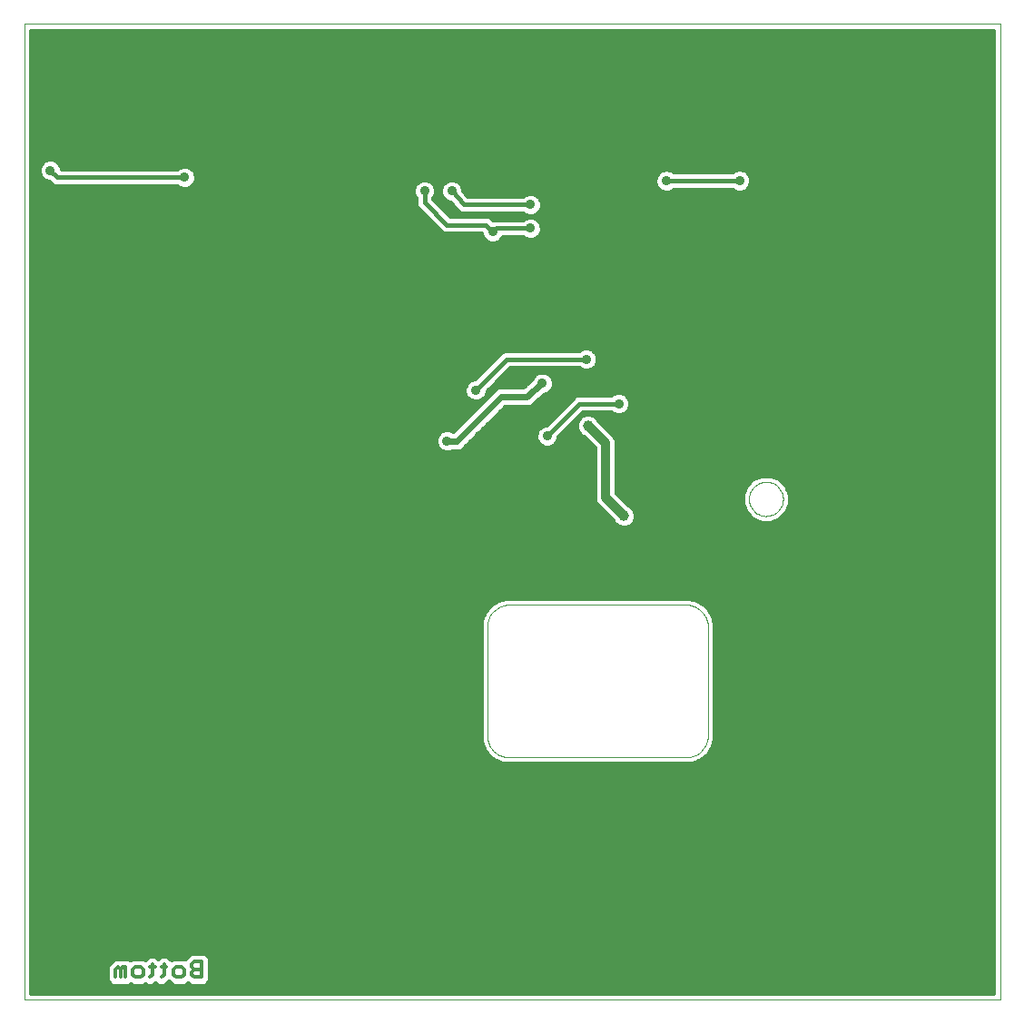
<source format=gbl>
G75*
G70*
%OFA0B0*%
%FSLAX24Y24*%
%IPPOS*%
%LPD*%
%AMOC8*
5,1,8,0,0,1.08239X$1,22.5*
%
%ADD10C,0.0130*%
%ADD11C,0.0000*%
%ADD12C,0.2441*%
%ADD13C,0.0160*%
%ADD14C,0.0354*%
%ADD15C,0.0394*%
%ADD16C,0.0320*%
%ADD17C,0.0240*%
D10*
X005263Y002754D02*
X005263Y003039D01*
X005358Y003134D01*
X005453Y003039D01*
X005453Y002754D01*
X005644Y002754D02*
X005644Y003134D01*
X005549Y003134D01*
X005453Y003039D01*
X005908Y003039D02*
X006003Y003134D01*
X006193Y003134D01*
X006288Y003039D01*
X006288Y002849D01*
X006193Y002754D01*
X006003Y002754D01*
X005908Y002849D01*
X005908Y003039D01*
X006528Y003134D02*
X006718Y003134D01*
X006623Y003229D02*
X006623Y002849D01*
X006528Y002754D01*
X006957Y002754D02*
X007052Y002849D01*
X007052Y003229D01*
X006957Y003134D02*
X007148Y003134D01*
X007412Y003039D02*
X007507Y003134D01*
X007697Y003134D01*
X007792Y003039D01*
X007792Y002849D01*
X007697Y002754D01*
X007507Y002754D01*
X007412Y002849D01*
X007412Y003039D01*
X008056Y002944D02*
X008056Y002849D01*
X008151Y002754D01*
X008437Y002754D01*
X008437Y003325D01*
X008151Y003325D01*
X008056Y003229D01*
X008056Y003134D01*
X008151Y003039D01*
X008437Y003039D01*
X008151Y003039D02*
X008056Y002944D01*
D11*
X001930Y001930D02*
X001930Y037757D01*
X037757Y037757D01*
X037757Y001930D01*
X001930Y001930D01*
X018927Y011627D02*
X018927Y015627D01*
X018929Y015682D01*
X018934Y015736D01*
X018944Y015790D01*
X018957Y015843D01*
X018973Y015895D01*
X018993Y015946D01*
X019017Y015995D01*
X019043Y016043D01*
X019073Y016088D01*
X019106Y016132D01*
X019142Y016173D01*
X019181Y016212D01*
X019222Y016248D01*
X019266Y016281D01*
X019311Y016311D01*
X019359Y016337D01*
X019408Y016361D01*
X019459Y016381D01*
X019511Y016397D01*
X019564Y016410D01*
X019618Y016420D01*
X019672Y016425D01*
X019727Y016427D01*
X026227Y016427D01*
X026282Y016425D01*
X026336Y016420D01*
X026390Y016410D01*
X026443Y016397D01*
X026495Y016381D01*
X026546Y016361D01*
X026595Y016337D01*
X026643Y016311D01*
X026688Y016281D01*
X026732Y016248D01*
X026773Y016212D01*
X026812Y016173D01*
X026848Y016132D01*
X026881Y016088D01*
X026911Y016043D01*
X026937Y015995D01*
X026961Y015946D01*
X026981Y015895D01*
X026997Y015843D01*
X027010Y015790D01*
X027020Y015736D01*
X027025Y015682D01*
X027027Y015627D01*
X027027Y011627D01*
X027025Y011572D01*
X027020Y011518D01*
X027010Y011464D01*
X026997Y011411D01*
X026981Y011359D01*
X026961Y011308D01*
X026937Y011259D01*
X026911Y011211D01*
X026881Y011166D01*
X026848Y011122D01*
X026812Y011081D01*
X026773Y011042D01*
X026732Y011006D01*
X026688Y010973D01*
X026643Y010943D01*
X026595Y010917D01*
X026546Y010893D01*
X026495Y010873D01*
X026443Y010857D01*
X026390Y010844D01*
X026336Y010834D01*
X026282Y010829D01*
X026227Y010827D01*
X019727Y010827D01*
X019672Y010829D01*
X019618Y010834D01*
X019564Y010844D01*
X019511Y010857D01*
X019459Y010873D01*
X019408Y010893D01*
X019359Y010917D01*
X019311Y010943D01*
X019266Y010973D01*
X019222Y011006D01*
X019181Y011042D01*
X019142Y011081D01*
X019106Y011122D01*
X019073Y011166D01*
X019043Y011211D01*
X019017Y011259D01*
X018993Y011308D01*
X018973Y011359D01*
X018957Y011411D01*
X018944Y011464D01*
X018934Y011518D01*
X018929Y011572D01*
X018927Y011627D01*
X028528Y020314D02*
X028531Y020371D01*
X028538Y020428D01*
X028551Y020484D01*
X028569Y020538D01*
X028592Y020591D01*
X028620Y020641D01*
X028652Y020689D01*
X028688Y020733D01*
X028728Y020774D01*
X028772Y020812D01*
X028818Y020845D01*
X028868Y020873D01*
X028920Y020897D01*
X028974Y020917D01*
X029030Y020931D01*
X029086Y020940D01*
X029144Y020944D01*
X029201Y020943D01*
X029258Y020936D01*
X029314Y020924D01*
X029369Y020908D01*
X029422Y020886D01*
X029473Y020860D01*
X029521Y020829D01*
X029567Y020794D01*
X029609Y020754D01*
X029647Y020712D01*
X029681Y020665D01*
X029711Y020616D01*
X029736Y020565D01*
X029756Y020511D01*
X029772Y020456D01*
X029782Y020400D01*
X029787Y020343D01*
X029787Y020285D01*
X029782Y020228D01*
X029772Y020172D01*
X029756Y020117D01*
X029736Y020063D01*
X029711Y020012D01*
X029681Y019963D01*
X029647Y019916D01*
X029609Y019874D01*
X029567Y019834D01*
X029521Y019799D01*
X029473Y019768D01*
X029422Y019742D01*
X029369Y019720D01*
X029314Y019704D01*
X029258Y019692D01*
X029201Y019685D01*
X029144Y019684D01*
X029086Y019688D01*
X029030Y019697D01*
X028974Y019711D01*
X028920Y019731D01*
X028868Y019755D01*
X028818Y019783D01*
X028772Y019816D01*
X028728Y019854D01*
X028688Y019895D01*
X028652Y019939D01*
X028620Y019987D01*
X028592Y020037D01*
X028569Y020090D01*
X028551Y020144D01*
X028538Y020200D01*
X028531Y020257D01*
X028528Y020314D01*
D12*
X035985Y035985D03*
X035985Y003701D03*
X003701Y003701D03*
X003701Y035985D03*
D13*
X002170Y036055D02*
X037517Y036055D01*
X037517Y036213D02*
X002170Y036213D01*
X002170Y036372D02*
X037517Y036372D01*
X037517Y036531D02*
X002170Y036531D01*
X002170Y036689D02*
X037517Y036689D01*
X037517Y036848D02*
X002170Y036848D01*
X002170Y037006D02*
X037517Y037006D01*
X037517Y037165D02*
X002170Y037165D01*
X002170Y037323D02*
X037517Y037323D01*
X037517Y037482D02*
X002170Y037482D01*
X002170Y037517D02*
X037517Y037517D01*
X037517Y002170D01*
X002170Y002170D01*
X002170Y037517D01*
X002170Y035896D02*
X037517Y035896D01*
X037517Y035738D02*
X002170Y035738D01*
X002170Y035579D02*
X037517Y035579D01*
X037517Y035421D02*
X002170Y035421D01*
X002170Y035262D02*
X037517Y035262D01*
X037517Y035104D02*
X002170Y035104D01*
X002170Y034945D02*
X037517Y034945D01*
X037517Y034787D02*
X002170Y034787D01*
X002170Y034628D02*
X037517Y034628D01*
X037517Y034469D02*
X002170Y034469D01*
X002170Y034311D02*
X037517Y034311D01*
X037517Y034152D02*
X002170Y034152D01*
X002170Y033994D02*
X037517Y033994D01*
X037517Y033835D02*
X002170Y033835D01*
X002170Y033677D02*
X037517Y033677D01*
X037517Y033518D02*
X002170Y033518D01*
X002170Y033360D02*
X037517Y033360D01*
X037517Y033201D02*
X002170Y033201D01*
X002170Y033043D02*
X037517Y033043D01*
X037517Y032884D02*
X002170Y032884D01*
X002170Y032725D02*
X002636Y032725D01*
X002640Y032730D02*
X002523Y032613D01*
X002459Y032460D01*
X002459Y032294D01*
X002523Y032140D01*
X002640Y032023D01*
X002794Y031959D01*
X002841Y031959D01*
X002994Y031807D01*
X007544Y031807D01*
X007578Y031773D01*
X007731Y031709D01*
X007897Y031709D01*
X008050Y031773D01*
X008168Y031890D01*
X008231Y032044D01*
X008231Y032210D01*
X008168Y032363D01*
X008050Y032480D01*
X007897Y032544D01*
X007731Y032544D01*
X007578Y032480D01*
X007544Y032447D01*
X003294Y032447D01*
X003294Y032460D01*
X003230Y032613D01*
X003113Y032730D01*
X002960Y032794D01*
X002794Y032794D01*
X002640Y032730D01*
X002504Y032567D02*
X002170Y032567D01*
X002170Y032408D02*
X002459Y032408D01*
X002478Y032250D02*
X002170Y032250D01*
X002170Y032091D02*
X002572Y032091D01*
X002868Y031933D02*
X002170Y031933D01*
X002170Y031774D02*
X007577Y031774D01*
X007814Y032127D02*
X003127Y032127D01*
X002877Y032377D01*
X003249Y032567D02*
X037517Y032567D01*
X037517Y032725D02*
X003118Y032725D01*
X002170Y031616D02*
X016209Y031616D01*
X016209Y031544D02*
X016273Y031390D01*
X016307Y031357D01*
X016307Y031057D01*
X016494Y030869D01*
X017307Y030057D01*
X017572Y030057D01*
X018709Y030057D01*
X018709Y030044D01*
X018773Y029890D01*
X018890Y029773D01*
X019044Y029709D01*
X019210Y029709D01*
X019363Y029773D01*
X019480Y029890D01*
X019497Y029932D01*
X020232Y029932D01*
X020265Y029898D01*
X020419Y029834D01*
X020585Y029834D01*
X020738Y029898D01*
X020855Y030015D01*
X020919Y030169D01*
X020919Y030335D01*
X020855Y030488D01*
X020738Y030605D01*
X020585Y030669D01*
X020419Y030669D01*
X020265Y030605D01*
X020232Y030572D01*
X019134Y030572D01*
X019009Y030697D01*
X018744Y030697D01*
X018744Y030697D01*
X017572Y030697D01*
X016947Y031322D01*
X016947Y031357D01*
X016980Y031390D01*
X017044Y031544D01*
X017044Y031710D01*
X016980Y031863D01*
X016863Y031980D01*
X016710Y032044D01*
X016544Y032044D01*
X016390Y031980D01*
X016273Y031863D01*
X016209Y031710D01*
X016209Y031544D01*
X016245Y031457D02*
X002170Y031457D01*
X002170Y031299D02*
X016307Y031299D01*
X016307Y031140D02*
X002170Y031140D01*
X002170Y030981D02*
X016382Y030981D01*
X016540Y030823D02*
X002170Y030823D01*
X002170Y030664D02*
X016699Y030664D01*
X016857Y030506D02*
X002170Y030506D01*
X002170Y030347D02*
X017016Y030347D01*
X017174Y030189D02*
X002170Y030189D01*
X002170Y030030D02*
X018715Y030030D01*
X018792Y029872D02*
X002170Y029872D01*
X002170Y029713D02*
X019035Y029713D01*
X019218Y029713D02*
X037517Y029713D01*
X037517Y029555D02*
X002170Y029555D01*
X002170Y029396D02*
X037517Y029396D01*
X037517Y029238D02*
X002170Y029238D01*
X002170Y029079D02*
X037517Y029079D01*
X037517Y028920D02*
X002170Y028920D01*
X002170Y028762D02*
X037517Y028762D01*
X037517Y028603D02*
X002170Y028603D01*
X002170Y028445D02*
X037517Y028445D01*
X037517Y028286D02*
X002170Y028286D01*
X002170Y028128D02*
X037517Y028128D01*
X037517Y027969D02*
X002170Y027969D01*
X002170Y027811D02*
X037517Y027811D01*
X037517Y027652D02*
X002170Y027652D01*
X002170Y027494D02*
X037517Y027494D01*
X037517Y027335D02*
X002170Y027335D01*
X002170Y027176D02*
X037517Y027176D01*
X037517Y027018D02*
X002170Y027018D01*
X002170Y026859D02*
X037517Y026859D01*
X037517Y026701D02*
X002170Y026701D01*
X002170Y026542D02*
X037517Y026542D01*
X037517Y026384D02*
X002170Y026384D01*
X002170Y026225D02*
X037517Y026225D01*
X037517Y026067D02*
X002170Y026067D01*
X002170Y025908D02*
X037517Y025908D01*
X037517Y025750D02*
X022844Y025750D01*
X022800Y025793D02*
X022918Y025675D01*
X022981Y025522D01*
X022981Y025356D01*
X022918Y025203D01*
X022800Y025085D01*
X022647Y025022D01*
X022481Y025022D01*
X022328Y025085D01*
X022294Y025119D01*
X019759Y025119D01*
X018919Y024279D01*
X018919Y024231D01*
X018855Y024078D01*
X018738Y023960D01*
X018585Y023897D01*
X018419Y023897D01*
X018265Y023960D01*
X018148Y024078D01*
X018084Y024231D01*
X018084Y024397D01*
X018148Y024550D01*
X018265Y024668D01*
X018419Y024731D01*
X018466Y024731D01*
X019307Y025572D01*
X019307Y025572D01*
X019494Y025759D01*
X022294Y025759D01*
X022328Y025793D01*
X022481Y025856D01*
X022647Y025856D01*
X022800Y025793D01*
X022953Y025591D02*
X037517Y025591D01*
X037517Y025432D02*
X022981Y025432D01*
X022947Y025274D02*
X037517Y025274D01*
X037517Y025115D02*
X022830Y025115D01*
X022564Y025439D02*
X019627Y025439D01*
X018502Y024314D01*
X018891Y024164D02*
X019030Y024164D01*
X019079Y024213D02*
X017665Y022799D01*
X017660Y022799D01*
X017522Y022856D01*
X017356Y022856D01*
X017203Y022793D01*
X017085Y022675D01*
X017022Y022522D01*
X017022Y022356D01*
X017085Y022203D01*
X017203Y022085D01*
X017356Y022022D01*
X017522Y022022D01*
X017660Y022079D01*
X017665Y022079D01*
X017963Y022079D01*
X019588Y023704D01*
X020227Y023704D01*
X020513Y023704D01*
X020526Y023704D01*
X020624Y023802D01*
X021012Y024147D01*
X021022Y024147D01*
X021175Y024210D01*
X021293Y024328D01*
X021356Y024481D01*
X021356Y024647D01*
X021293Y024800D01*
X021175Y024918D01*
X021022Y024981D01*
X020856Y024981D01*
X020703Y024918D01*
X020585Y024800D01*
X020540Y024691D01*
X020240Y024424D01*
X019290Y024424D01*
X019079Y024213D01*
X019189Y024323D02*
X018963Y024323D01*
X019121Y024481D02*
X020304Y024481D01*
X020482Y024640D02*
X019280Y024640D01*
X019438Y024798D02*
X020585Y024798D01*
X020797Y024957D02*
X019597Y024957D01*
X019755Y025115D02*
X022298Y025115D01*
X022314Y024134D02*
X022182Y024134D01*
X021994Y023947D01*
X021091Y023044D01*
X021044Y023044D01*
X020890Y022980D01*
X020773Y022863D01*
X020709Y022710D01*
X020709Y022544D01*
X020773Y022390D01*
X020890Y022273D01*
X021044Y022209D01*
X021210Y022209D01*
X021363Y022273D01*
X021480Y022390D01*
X021544Y022544D01*
X021544Y022591D01*
X022447Y023494D01*
X023482Y023494D01*
X023515Y023460D01*
X023669Y023397D01*
X023835Y023397D01*
X023988Y023460D01*
X024105Y023578D01*
X024169Y023731D01*
X024169Y023897D01*
X024105Y024050D01*
X023988Y024168D01*
X023835Y024231D01*
X023669Y024231D01*
X023515Y024168D01*
X023482Y024134D01*
X022447Y024134D01*
X022344Y024134D01*
X022314Y024134D01*
X022053Y024006D02*
X020853Y024006D01*
X020674Y023847D02*
X021895Y023847D01*
X021736Y023689D02*
X019573Y023689D01*
X019414Y023530D02*
X021577Y023530D01*
X021419Y023371D02*
X019256Y023371D01*
X019097Y023213D02*
X021260Y023213D01*
X021102Y023054D02*
X018938Y023054D01*
X018780Y022896D02*
X020806Y022896D01*
X020721Y022737D02*
X018621Y022737D01*
X018463Y022579D02*
X020709Y022579D01*
X020761Y022420D02*
X018304Y022420D01*
X018146Y022262D02*
X020918Y022262D01*
X021336Y022262D02*
X022801Y022262D01*
X022852Y022211D02*
X022852Y020211D01*
X023086Y019977D01*
X023532Y019531D01*
X023569Y019442D01*
X023692Y019319D01*
X023852Y019252D01*
X024026Y019252D01*
X024187Y019319D01*
X024309Y019442D01*
X024376Y019602D01*
X024376Y019776D01*
X024309Y019937D01*
X024187Y020059D01*
X024098Y020096D01*
X023652Y020542D01*
X023652Y022542D01*
X023619Y022574D01*
X023034Y023160D01*
X022997Y023249D01*
X022874Y023372D01*
X022714Y023438D01*
X022540Y023438D01*
X022379Y023372D01*
X022256Y023249D01*
X022190Y023089D01*
X022190Y022915D01*
X022256Y022754D01*
X022379Y022631D01*
X022468Y022594D01*
X022852Y022211D01*
X022852Y022103D02*
X017987Y022103D01*
X017185Y022103D02*
X002170Y022103D01*
X002170Y021945D02*
X022852Y021945D01*
X022852Y021786D02*
X002170Y021786D01*
X002170Y021627D02*
X022852Y021627D01*
X022852Y021469D02*
X002170Y021469D01*
X002170Y021310D02*
X022852Y021310D01*
X022852Y021152D02*
X002170Y021152D01*
X002170Y020993D02*
X022852Y020993D01*
X022852Y020835D02*
X002170Y020835D01*
X002170Y020676D02*
X022852Y020676D01*
X022852Y020518D02*
X002170Y020518D01*
X002170Y020359D02*
X022852Y020359D01*
X022862Y020201D02*
X002170Y020201D01*
X002170Y020042D02*
X023021Y020042D01*
X023179Y019883D02*
X002170Y019883D01*
X002170Y019725D02*
X023338Y019725D01*
X023496Y019566D02*
X002170Y019566D01*
X002170Y019408D02*
X023603Y019408D01*
X024276Y019408D02*
X037517Y019408D01*
X037517Y019566D02*
X029626Y019566D01*
X029650Y019577D02*
X029895Y019821D01*
X030028Y020141D01*
X030028Y020487D01*
X029895Y020807D01*
X029650Y021052D01*
X029331Y021184D01*
X028985Y021184D01*
X028665Y021052D01*
X028420Y020807D01*
X028288Y020487D01*
X028288Y020141D01*
X028420Y019821D01*
X028665Y019577D01*
X028985Y019444D01*
X029331Y019444D01*
X029650Y019577D01*
X029799Y019725D02*
X037517Y019725D01*
X037517Y019883D02*
X029921Y019883D01*
X029986Y020042D02*
X037517Y020042D01*
X037517Y020201D02*
X030028Y020201D01*
X030028Y020359D02*
X037517Y020359D01*
X037517Y020518D02*
X030015Y020518D01*
X029949Y020676D02*
X037517Y020676D01*
X037517Y020835D02*
X029867Y020835D01*
X029709Y020993D02*
X037517Y020993D01*
X037517Y021152D02*
X029408Y021152D01*
X028907Y021152D02*
X023652Y021152D01*
X023652Y021310D02*
X037517Y021310D01*
X037517Y021469D02*
X023652Y021469D01*
X023652Y021627D02*
X037517Y021627D01*
X037517Y021786D02*
X023652Y021786D01*
X023652Y021945D02*
X037517Y021945D01*
X037517Y022103D02*
X023652Y022103D01*
X023652Y022262D02*
X037517Y022262D01*
X037517Y022420D02*
X023652Y022420D01*
X023615Y022579D02*
X037517Y022579D01*
X037517Y022737D02*
X023457Y022737D01*
X023298Y022896D02*
X037517Y022896D01*
X037517Y023054D02*
X023140Y023054D01*
X023012Y023213D02*
X037517Y023213D01*
X037517Y023371D02*
X022875Y023371D01*
X022379Y023371D02*
X022324Y023371D01*
X022241Y023213D02*
X022165Y023213D01*
X022190Y023054D02*
X022007Y023054D01*
X021848Y022896D02*
X022198Y022896D01*
X022273Y022737D02*
X021690Y022737D01*
X021544Y022579D02*
X022484Y022579D01*
X022642Y022420D02*
X021493Y022420D01*
X021127Y022627D02*
X022314Y023814D01*
X023752Y023814D01*
X024057Y023530D02*
X037517Y023530D01*
X037517Y023689D02*
X024151Y023689D01*
X024169Y023847D02*
X037517Y023847D01*
X037517Y024006D02*
X024124Y024006D01*
X023992Y024164D02*
X037517Y024164D01*
X037517Y024323D02*
X021288Y024323D01*
X021356Y024481D02*
X037517Y024481D01*
X037517Y024640D02*
X021356Y024640D01*
X021294Y024798D02*
X037517Y024798D01*
X037517Y024957D02*
X021081Y024957D01*
X021064Y024164D02*
X023512Y024164D01*
X023652Y020993D02*
X028607Y020993D01*
X028448Y020835D02*
X023652Y020835D01*
X023652Y020676D02*
X028366Y020676D01*
X028300Y020518D02*
X023676Y020518D01*
X023835Y020359D02*
X028288Y020359D01*
X028288Y020201D02*
X023993Y020201D01*
X024204Y020042D02*
X028329Y020042D01*
X028394Y019883D02*
X024331Y019883D01*
X024376Y019725D02*
X028517Y019725D01*
X028690Y019566D02*
X024361Y019566D01*
X026127Y016667D02*
X019627Y016667D01*
X019624Y016663D01*
X019483Y016641D01*
X019327Y016590D01*
X019182Y016516D01*
X019182Y016516D01*
X019049Y016420D01*
X019049Y016420D01*
X018933Y016304D01*
X018837Y016172D01*
X018763Y016026D01*
X018712Y015870D01*
X018690Y015729D01*
X018687Y015726D01*
X018687Y015539D01*
X018687Y015527D01*
X018687Y011527D01*
X018690Y011524D01*
X018712Y011383D01*
X018763Y011227D01*
X018837Y011082D01*
X018837Y011082D01*
X018933Y010949D01*
X019049Y010833D01*
X019182Y010737D01*
X019327Y010663D01*
X019327Y010663D01*
X019483Y010612D01*
X019624Y010590D01*
X019627Y010587D01*
X019807Y010587D01*
X019826Y010587D01*
X026326Y010587D01*
X026329Y010590D01*
X026470Y010612D01*
X026626Y010663D01*
X026772Y010737D01*
X026904Y010833D01*
X027020Y010949D01*
X027020Y010949D01*
X027116Y011082D01*
X027190Y011227D01*
X027190Y011227D01*
X027241Y011383D01*
X027241Y011383D01*
X027263Y011524D01*
X027267Y011527D01*
X027267Y015726D01*
X027263Y015729D01*
X027241Y015870D01*
X027241Y015870D01*
X027190Y016026D01*
X027116Y016172D01*
X027020Y016304D01*
X026904Y016420D01*
X026772Y016516D01*
X026772Y016516D01*
X026626Y016590D01*
X026626Y016590D01*
X026470Y016641D01*
X026329Y016663D01*
X026326Y016667D01*
X026157Y016667D01*
X026127Y016667D01*
X026470Y016641D02*
X026470Y016641D01*
X026697Y016554D02*
X037517Y016554D01*
X037517Y016396D02*
X026928Y016396D01*
X026904Y016420D02*
X026904Y016420D01*
X027020Y016304D02*
X027020Y016304D01*
X027069Y016237D02*
X037517Y016237D01*
X037517Y016078D02*
X027164Y016078D01*
X027190Y016026D02*
X027190Y016026D01*
X027225Y015920D02*
X037517Y015920D01*
X037517Y015761D02*
X027258Y015761D01*
X027267Y015603D02*
X037517Y015603D01*
X037517Y015444D02*
X027267Y015444D01*
X027267Y015286D02*
X037517Y015286D01*
X037517Y015127D02*
X027267Y015127D01*
X027267Y014969D02*
X037517Y014969D01*
X037517Y014810D02*
X027267Y014810D01*
X027267Y014652D02*
X037517Y014652D01*
X037517Y014493D02*
X027267Y014493D01*
X027267Y014334D02*
X037517Y014334D01*
X037517Y014176D02*
X027267Y014176D01*
X027267Y014017D02*
X037517Y014017D01*
X037517Y013859D02*
X027267Y013859D01*
X027267Y013700D02*
X037517Y013700D01*
X037517Y013542D02*
X027267Y013542D01*
X027267Y013383D02*
X037517Y013383D01*
X037517Y013225D02*
X027267Y013225D01*
X027267Y013066D02*
X037517Y013066D01*
X037517Y012908D02*
X027267Y012908D01*
X027267Y012749D02*
X037517Y012749D01*
X037517Y012590D02*
X027267Y012590D01*
X027267Y012432D02*
X037517Y012432D01*
X037517Y012273D02*
X027267Y012273D01*
X027267Y012115D02*
X037517Y012115D01*
X037517Y011956D02*
X027267Y011956D01*
X027267Y011798D02*
X037517Y011798D01*
X037517Y011639D02*
X027267Y011639D01*
X027256Y011481D02*
X037517Y011481D01*
X037517Y011322D02*
X027221Y011322D01*
X027158Y011164D02*
X037517Y011164D01*
X037517Y011005D02*
X027060Y011005D01*
X027116Y011082D02*
X027116Y011082D01*
X026917Y010846D02*
X037517Y010846D01*
X037517Y010688D02*
X026675Y010688D01*
X026626Y010663D02*
X026626Y010663D01*
X026772Y010737D02*
X026772Y010737D01*
X026904Y010833D02*
X026904Y010833D01*
X026470Y010612D02*
X026470Y010612D01*
X027116Y016172D02*
X027116Y016172D01*
X019483Y016641D02*
X019483Y016641D01*
X019327Y016590D02*
X019327Y016590D01*
X019256Y016554D02*
X002170Y016554D01*
X002170Y016396D02*
X019025Y016396D01*
X018885Y016237D02*
X002170Y016237D01*
X002170Y016078D02*
X018790Y016078D01*
X018728Y015920D02*
X002170Y015920D01*
X002170Y015761D02*
X018695Y015761D01*
X018687Y015603D02*
X002170Y015603D01*
X002170Y015444D02*
X018687Y015444D01*
X018687Y015286D02*
X002170Y015286D01*
X002170Y015127D02*
X018687Y015127D01*
X018687Y014969D02*
X002170Y014969D01*
X002170Y014810D02*
X018687Y014810D01*
X018687Y014652D02*
X002170Y014652D01*
X002170Y014493D02*
X018687Y014493D01*
X018687Y014334D02*
X002170Y014334D01*
X002170Y014176D02*
X018687Y014176D01*
X018687Y014017D02*
X002170Y014017D01*
X002170Y013859D02*
X018687Y013859D01*
X018687Y013700D02*
X002170Y013700D01*
X002170Y013542D02*
X018687Y013542D01*
X018687Y013383D02*
X002170Y013383D01*
X002170Y013225D02*
X018687Y013225D01*
X018687Y013066D02*
X002170Y013066D01*
X002170Y012908D02*
X018687Y012908D01*
X018687Y012749D02*
X002170Y012749D01*
X002170Y012590D02*
X018687Y012590D01*
X018687Y012432D02*
X002170Y012432D01*
X002170Y012273D02*
X018687Y012273D01*
X018687Y012115D02*
X002170Y012115D01*
X002170Y011956D02*
X018687Y011956D01*
X018687Y011798D02*
X002170Y011798D01*
X002170Y011639D02*
X018687Y011639D01*
X018697Y011481D02*
X002170Y011481D01*
X002170Y011322D02*
X018732Y011322D01*
X018712Y011383D02*
X018712Y011383D01*
X018763Y011227D02*
X018763Y011227D01*
X018795Y011164D02*
X002170Y011164D01*
X002170Y011005D02*
X018893Y011005D01*
X018933Y010949D02*
X018933Y010949D01*
X019036Y010846D02*
X002170Y010846D01*
X002170Y010688D02*
X019278Y010688D01*
X019182Y010737D02*
X019182Y010737D01*
X019049Y010833D02*
X019049Y010833D01*
X019483Y010612D02*
X019483Y010612D01*
X008742Y003451D02*
X008563Y003630D01*
X008278Y003630D01*
X008025Y003630D01*
X007930Y003534D01*
X007829Y003434D01*
X007823Y003439D01*
X007571Y003439D01*
X007380Y003439D01*
X007327Y003386D01*
X007274Y003439D01*
X007179Y003534D01*
X006926Y003534D01*
X006838Y003446D01*
X006749Y003534D01*
X006496Y003534D01*
X006401Y003439D01*
X006360Y003398D01*
X006319Y003439D01*
X006067Y003439D01*
X005877Y003439D01*
X005823Y003386D01*
X005770Y003439D01*
X005675Y003439D01*
X005485Y003439D01*
X005232Y003439D01*
X005053Y003261D01*
X004958Y003166D01*
X004958Y002628D01*
X005137Y002449D01*
X005327Y002449D01*
X005580Y002449D01*
X005770Y002449D01*
X005823Y002502D01*
X005877Y002449D01*
X006067Y002449D01*
X006319Y002449D01*
X006360Y002490D01*
X006401Y002449D01*
X006654Y002449D01*
X006743Y002538D01*
X006831Y002449D01*
X007084Y002449D01*
X007232Y002598D01*
X007285Y002544D01*
X007380Y002449D01*
X007571Y002449D01*
X007823Y002449D01*
X007924Y002550D01*
X008025Y002449D01*
X008563Y002449D01*
X008742Y002628D01*
X008742Y002880D01*
X008742Y002913D01*
X008742Y003166D01*
X008742Y003198D01*
X008742Y003451D01*
X008742Y003395D02*
X037517Y003395D01*
X037517Y003554D02*
X008639Y003554D01*
X008742Y003236D02*
X037517Y003236D01*
X037517Y003078D02*
X008742Y003078D01*
X008742Y002919D02*
X037517Y002919D01*
X037517Y002761D02*
X008742Y002761D01*
X008716Y002602D02*
X037517Y002602D01*
X037517Y002444D02*
X002170Y002444D01*
X002170Y002602D02*
X004984Y002602D01*
X004958Y002761D02*
X002170Y002761D01*
X002170Y002919D02*
X004958Y002919D01*
X004958Y003078D02*
X002170Y003078D01*
X002170Y003236D02*
X005029Y003236D01*
X005053Y003261D02*
X005053Y003261D01*
X005188Y003395D02*
X002170Y003395D01*
X002170Y003554D02*
X007949Y003554D01*
X007930Y003534D02*
X007930Y003534D01*
X007336Y003395D02*
X007318Y003395D01*
X005832Y003395D02*
X005814Y003395D01*
X002170Y003712D02*
X037517Y003712D01*
X037517Y003871D02*
X002170Y003871D01*
X002170Y004029D02*
X037517Y004029D01*
X037517Y004188D02*
X002170Y004188D01*
X002170Y004346D02*
X037517Y004346D01*
X037517Y004505D02*
X002170Y004505D01*
X002170Y004663D02*
X037517Y004663D01*
X037517Y004822D02*
X002170Y004822D01*
X002170Y004980D02*
X037517Y004980D01*
X037517Y005139D02*
X002170Y005139D01*
X002170Y005297D02*
X037517Y005297D01*
X037517Y005456D02*
X002170Y005456D01*
X002170Y005615D02*
X037517Y005615D01*
X037517Y005773D02*
X002170Y005773D01*
X002170Y005932D02*
X037517Y005932D01*
X037517Y006090D02*
X002170Y006090D01*
X002170Y006249D02*
X037517Y006249D01*
X037517Y006407D02*
X002170Y006407D01*
X002170Y006566D02*
X037517Y006566D01*
X037517Y006724D02*
X002170Y006724D01*
X002170Y006883D02*
X037517Y006883D01*
X037517Y007041D02*
X002170Y007041D01*
X002170Y007200D02*
X037517Y007200D01*
X037517Y007359D02*
X002170Y007359D01*
X002170Y007517D02*
X037517Y007517D01*
X037517Y007676D02*
X002170Y007676D01*
X002170Y007834D02*
X037517Y007834D01*
X037517Y007993D02*
X002170Y007993D01*
X002170Y008151D02*
X037517Y008151D01*
X037517Y008310D02*
X002170Y008310D01*
X002170Y008468D02*
X037517Y008468D01*
X037517Y008627D02*
X002170Y008627D01*
X002170Y008785D02*
X037517Y008785D01*
X037517Y008944D02*
X002170Y008944D01*
X002170Y009103D02*
X037517Y009103D01*
X037517Y009261D02*
X002170Y009261D01*
X002170Y009420D02*
X037517Y009420D01*
X037517Y009578D02*
X002170Y009578D01*
X002170Y009737D02*
X037517Y009737D01*
X037517Y009895D02*
X002170Y009895D01*
X002170Y010054D02*
X037517Y010054D01*
X037517Y010212D02*
X002170Y010212D01*
X002170Y010371D02*
X037517Y010371D01*
X037517Y010529D02*
X002170Y010529D01*
X002170Y016713D02*
X037517Y016713D01*
X037517Y016871D02*
X002170Y016871D01*
X002170Y017030D02*
X037517Y017030D01*
X037517Y017188D02*
X002170Y017188D01*
X002170Y017347D02*
X037517Y017347D01*
X037517Y017505D02*
X002170Y017505D01*
X002170Y017664D02*
X037517Y017664D01*
X037517Y017822D02*
X002170Y017822D01*
X002170Y017981D02*
X037517Y017981D01*
X037517Y018139D02*
X002170Y018139D01*
X002170Y018298D02*
X037517Y018298D01*
X037517Y018457D02*
X002170Y018457D01*
X002170Y018615D02*
X037517Y018615D01*
X037517Y018774D02*
X002170Y018774D01*
X002170Y018932D02*
X037517Y018932D01*
X037517Y019091D02*
X002170Y019091D01*
X002170Y019249D02*
X037517Y019249D01*
X037517Y029872D02*
X020675Y029872D01*
X020861Y030030D02*
X037517Y030030D01*
X037517Y030189D02*
X020919Y030189D01*
X020914Y030347D02*
X037517Y030347D01*
X037517Y030506D02*
X020837Y030506D01*
X020738Y030773D02*
X020585Y030709D01*
X020419Y030709D01*
X020265Y030773D01*
X020232Y030807D01*
X018197Y030807D01*
X017932Y030807D01*
X017830Y030908D01*
X017830Y030908D01*
X017744Y030994D01*
X017744Y031006D01*
X017566Y031209D01*
X017544Y031209D01*
X017390Y031273D01*
X017273Y031390D01*
X017209Y031544D01*
X017209Y031710D01*
X017273Y031863D01*
X017390Y031980D01*
X017544Y032044D01*
X017710Y032044D01*
X017863Y031980D01*
X017980Y031863D01*
X018044Y031710D01*
X018044Y031636D01*
X018209Y031447D01*
X020232Y031447D01*
X020265Y031480D01*
X020419Y031544D01*
X020585Y031544D01*
X020738Y031480D01*
X020855Y031363D01*
X020919Y031210D01*
X020919Y031044D01*
X020855Y030890D01*
X020738Y030773D01*
X020788Y030823D02*
X037517Y030823D01*
X037517Y030981D02*
X020893Y030981D01*
X020919Y031140D02*
X037517Y031140D01*
X037517Y031299D02*
X020882Y031299D01*
X020761Y031457D02*
X037517Y031457D01*
X037517Y031616D02*
X028347Y031616D01*
X028272Y031584D02*
X028425Y031648D01*
X028543Y031765D01*
X028606Y031919D01*
X028606Y032085D01*
X028543Y032238D01*
X028425Y032355D01*
X028272Y032419D01*
X028106Y032419D01*
X027953Y032355D01*
X027919Y032322D01*
X025772Y032322D01*
X025738Y032355D01*
X025585Y032419D01*
X025419Y032419D01*
X025265Y032355D01*
X025148Y032238D01*
X025084Y032085D01*
X025084Y031919D01*
X025148Y031765D01*
X025265Y031648D01*
X025419Y031584D01*
X025585Y031584D01*
X025738Y031648D01*
X025772Y031682D01*
X027919Y031682D01*
X027953Y031648D01*
X028106Y031584D01*
X028272Y031584D01*
X028031Y031616D02*
X025660Y031616D01*
X025343Y031616D02*
X018061Y031616D01*
X018017Y031774D02*
X025144Y031774D01*
X025084Y031933D02*
X017910Y031933D01*
X017627Y031627D02*
X018064Y031127D01*
X020502Y031127D01*
X020242Y031457D02*
X018200Y031457D01*
X017757Y030981D02*
X017287Y030981D01*
X017445Y030823D02*
X017915Y030823D01*
X017627Y031140D02*
X017128Y031140D01*
X016970Y031299D02*
X017365Y031299D01*
X017245Y031457D02*
X017008Y031457D01*
X017044Y031616D02*
X017209Y031616D01*
X017236Y031774D02*
X017017Y031774D01*
X016910Y031933D02*
X017343Y031933D01*
X016627Y031627D02*
X016627Y031189D01*
X017439Y030377D01*
X018877Y030377D01*
X019127Y030127D01*
X019252Y030252D01*
X020502Y030252D01*
X020329Y029872D02*
X019462Y029872D01*
X019041Y030664D02*
X020408Y030664D01*
X020595Y030664D02*
X037517Y030664D01*
X037517Y031774D02*
X028546Y031774D01*
X028606Y031933D02*
X037517Y031933D01*
X037517Y032091D02*
X028603Y032091D01*
X028531Y032250D02*
X037517Y032250D01*
X037517Y032408D02*
X028297Y032408D01*
X028081Y032408D02*
X025610Y032408D01*
X025394Y032408D02*
X008122Y032408D01*
X008215Y032250D02*
X025160Y032250D01*
X025087Y032091D02*
X008231Y032091D01*
X008185Y031933D02*
X016343Y031933D01*
X016236Y031774D02*
X008052Y031774D01*
X002170Y025750D02*
X019485Y025750D01*
X019326Y025591D02*
X002170Y025591D01*
X002170Y025432D02*
X019167Y025432D01*
X019009Y025274D02*
X002170Y025274D01*
X002170Y025115D02*
X018850Y025115D01*
X018692Y024957D02*
X002170Y024957D01*
X002170Y024798D02*
X018533Y024798D01*
X018237Y024640D02*
X002170Y024640D01*
X002170Y024481D02*
X018119Y024481D01*
X018084Y024323D02*
X002170Y024323D01*
X002170Y024164D02*
X018112Y024164D01*
X018220Y024006D02*
X002170Y024006D01*
X002170Y023847D02*
X018713Y023847D01*
X018783Y024006D02*
X018871Y024006D01*
X018554Y023689D02*
X002170Y023689D01*
X002170Y023530D02*
X018396Y023530D01*
X018237Y023371D02*
X002170Y023371D01*
X002170Y023213D02*
X018079Y023213D01*
X017920Y023054D02*
X002170Y023054D01*
X002170Y022896D02*
X017762Y022896D01*
X017147Y022737D02*
X002170Y022737D01*
X002170Y022579D02*
X017045Y022579D01*
X017022Y022420D02*
X002170Y022420D01*
X002170Y022262D02*
X017061Y022262D01*
X017572Y030057D02*
X017572Y030057D01*
X019009Y030697D02*
X019009Y030697D01*
X019009Y030697D01*
X025502Y032002D02*
X028189Y032002D01*
X037517Y002285D02*
X002170Y002285D01*
D14*
X005037Y005393D03*
X003902Y006152D03*
X003143Y007287D03*
X002877Y008627D03*
X002877Y010127D03*
X002877Y011627D03*
X002877Y013127D03*
X002877Y014627D03*
X002877Y016127D03*
X002877Y017627D03*
X002877Y019127D03*
X002877Y020627D03*
X002877Y022127D03*
X002877Y023627D03*
X002877Y025127D03*
X002877Y026627D03*
X002877Y028127D03*
X002877Y029627D03*
X003643Y031216D03*
X002877Y032377D03*
X003643Y032716D03*
X005777Y033351D03*
X006527Y034226D03*
X007412Y032673D03*
X007814Y032127D03*
X008537Y031360D03*
X007402Y030601D03*
X006643Y029466D03*
X006377Y028127D03*
X006377Y026627D03*
X006377Y025127D03*
X006377Y023627D03*
X006377Y022127D03*
X006377Y020627D03*
X006377Y019127D03*
X006377Y017627D03*
X006377Y016127D03*
X006377Y014627D03*
X006377Y013127D03*
X006377Y011627D03*
X006377Y010127D03*
X006377Y008627D03*
X008851Y006152D03*
X007716Y005393D03*
X006377Y005127D03*
X009610Y007287D03*
X009877Y008627D03*
X009877Y010127D03*
X009877Y011627D03*
X009877Y013127D03*
X009877Y014627D03*
X009877Y016127D03*
X009877Y017627D03*
X009877Y019127D03*
X009877Y020627D03*
X009877Y022127D03*
X009877Y023627D03*
X009877Y025127D03*
X009877Y026627D03*
X009877Y028127D03*
X012351Y030601D03*
X013110Y029466D03*
X014627Y029627D03*
X015814Y030502D03*
X016627Y031627D03*
X017627Y031627D03*
X017502Y031002D03*
X018127Y029939D03*
X019127Y030127D03*
X019127Y030689D03*
X019127Y031627D03*
X020127Y030689D03*
X020502Y030252D03*
X020314Y029752D03*
X021564Y029689D03*
X021502Y030689D03*
X021627Y031627D03*
X020627Y031627D03*
X020502Y031127D03*
X023064Y030689D03*
X023127Y031439D03*
X024314Y032064D03*
X025502Y032002D03*
X026002Y031502D03*
X025877Y030189D03*
X026127Y028752D03*
X025627Y028752D03*
X024564Y028377D03*
X023439Y028314D03*
X022314Y028002D03*
X023564Y026377D03*
X022564Y025439D03*
X021564Y026064D03*
X020939Y024564D03*
X020252Y024564D03*
X021064Y023564D03*
X021127Y022627D03*
X021314Y022127D03*
X021314Y021127D03*
X020752Y020314D03*
X019377Y020814D03*
X019002Y019877D03*
X018252Y019814D03*
X018064Y021252D03*
X016752Y021002D03*
X017439Y022439D03*
X018627Y022627D03*
X018502Y024314D03*
X018189Y024814D03*
X017252Y024877D03*
X017252Y026127D03*
X017252Y027252D03*
X017252Y027877D03*
X017752Y028564D03*
X018564Y027252D03*
X019189Y026064D03*
X020189Y023345D03*
X022252Y021252D03*
X023877Y020939D03*
X024127Y021877D03*
X025377Y021064D03*
X025939Y021939D03*
X026002Y023314D03*
X023752Y023814D03*
X023189Y024314D03*
X023189Y023314D03*
X026814Y020564D03*
X027002Y020252D03*
X027189Y020564D03*
X027377Y020252D03*
X027564Y020564D03*
X027752Y020252D03*
X027189Y018564D03*
X025627Y019377D03*
X023127Y019127D03*
X022564Y017377D03*
X021752Y016814D03*
X020189Y016814D03*
X018814Y016502D03*
X018502Y015314D03*
X018502Y013502D03*
X017752Y012314D03*
X017752Y011314D03*
X017752Y010314D03*
X017939Y009314D03*
X018814Y010689D03*
X016502Y009127D03*
X015439Y008502D03*
X015127Y009877D03*
X014252Y011377D03*
X013377Y011627D03*
X014252Y012377D03*
X013377Y013127D03*
X013377Y014627D03*
X013377Y016127D03*
X013377Y017627D03*
X013377Y019127D03*
X013377Y020627D03*
X013377Y022127D03*
X013377Y023627D03*
X013377Y025127D03*
X013377Y026627D03*
X013377Y028127D03*
X014627Y027752D03*
X015814Y028127D03*
X015814Y026127D03*
X015127Y025439D03*
X015189Y023502D03*
X015877Y022564D03*
X015064Y021564D03*
X015064Y019502D03*
X016127Y019189D03*
X015189Y017439D03*
X015502Y015502D03*
X016377Y014627D03*
X015252Y014252D03*
X016502Y013002D03*
X016314Y012064D03*
X013002Y008627D03*
X011252Y005752D03*
X017877Y006627D03*
X019127Y006627D03*
X017877Y007877D03*
X016877Y016377D03*
X018502Y018127D03*
X020189Y018252D03*
X023502Y016814D03*
X025564Y016814D03*
X028939Y017314D03*
X032564Y014564D03*
X034877Y014564D03*
X037189Y014564D03*
X036439Y016752D03*
X037127Y019127D03*
X036752Y020189D03*
X034502Y020064D03*
X034502Y019064D03*
X033377Y016752D03*
X032627Y021814D03*
X034502Y021814D03*
X034502Y024064D03*
X034502Y026189D03*
X032377Y026189D03*
X029689Y023314D03*
X027877Y028627D03*
X027877Y031502D03*
X028189Y032002D03*
X027877Y032502D03*
X027877Y033252D03*
X026314Y033314D03*
X025502Y032877D03*
X024314Y033314D03*
X019627Y033877D03*
X018127Y034127D03*
X018127Y036064D03*
X018627Y037314D03*
X016002Y037314D03*
X015877Y035752D03*
X013627Y035502D03*
X013689Y037314D03*
X011216Y037235D03*
X011216Y036735D03*
X011216Y036235D03*
X011216Y035735D03*
X010152Y034851D03*
X011152Y034476D03*
X009627Y032564D03*
X009877Y031627D03*
X011216Y031360D03*
X012502Y032502D03*
X014627Y033252D03*
X014627Y031377D03*
X009002Y033877D03*
X008518Y035716D03*
X008518Y036216D03*
X008518Y036716D03*
X008518Y037216D03*
X005777Y031601D03*
X030877Y031502D03*
X030877Y032502D03*
X036564Y030689D03*
X036689Y024689D03*
X036689Y023439D03*
D15*
X032252Y023627D03*
X031752Y023627D03*
X031252Y023627D03*
X031252Y024502D03*
X031752Y024502D03*
X032252Y024502D03*
X030377Y027689D03*
X029877Y027689D03*
X029377Y027689D03*
X028877Y027689D03*
X026877Y027002D03*
X026502Y026627D03*
X026127Y027002D03*
X025752Y026627D03*
X025377Y027002D03*
X025377Y026252D03*
X025752Y025877D03*
X026127Y026252D03*
X026502Y025877D03*
X026877Y026252D03*
X026877Y025502D03*
X026127Y025502D03*
X025377Y025502D03*
X022627Y023002D03*
X023939Y019689D03*
X024564Y018002D03*
X029252Y015627D03*
X029752Y015627D03*
X030002Y015127D03*
X030502Y015127D03*
X030752Y015627D03*
X030252Y015627D03*
X031002Y015127D03*
X031002Y014627D03*
X030502Y014627D03*
X029502Y015127D03*
X029002Y015127D03*
X031252Y019189D03*
X031752Y019189D03*
X032252Y019189D03*
X032252Y020064D03*
X031752Y020064D03*
X031252Y020064D03*
X021002Y010252D03*
X021002Y009377D03*
X021002Y008502D03*
X021002Y007627D03*
X021002Y006752D03*
X015689Y006627D03*
X015689Y007502D03*
X015689Y005752D03*
X009689Y004814D03*
X009689Y003939D03*
X009689Y003064D03*
X026564Y003064D03*
X027439Y003064D03*
X032377Y005252D03*
X032814Y005252D03*
X033252Y005252D03*
X033689Y005252D03*
X034127Y005252D03*
X021627Y033627D03*
X021127Y033627D03*
X021127Y034127D03*
X021127Y034627D03*
X021127Y035127D03*
X021127Y035627D03*
X021127Y036127D03*
X021627Y036127D03*
X020627Y036127D03*
X020627Y034127D03*
X020627Y033627D03*
X021627Y034127D03*
X024814Y037002D03*
X025314Y037002D03*
X026127Y037002D03*
X026627Y037002D03*
X031252Y035064D03*
X031752Y035064D03*
X032252Y035064D03*
X032252Y034189D03*
X031752Y034189D03*
X031252Y034189D03*
D16*
X022627Y023002D02*
X023252Y022377D01*
X023252Y020377D01*
X023939Y019689D01*
X023939Y019689D01*
D17*
X020377Y024064D02*
X020939Y024564D01*
X020939Y024564D01*
X020377Y024064D02*
X019439Y024064D01*
X017814Y022439D01*
X017439Y022439D01*
M02*

</source>
